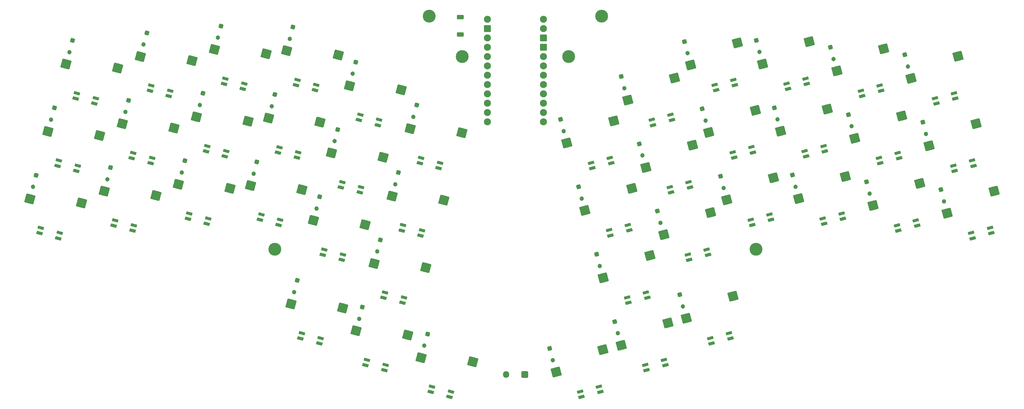
<source format=gbr>
%TF.GenerationSoftware,KiCad,Pcbnew,9.0.4*%
%TF.CreationDate,2025-08-24T16:14:49+03:00*%
%TF.ProjectId,MOKETA,4d4f4b45-5441-42e6-9b69-6361645f7063,rev?*%
%TF.SameCoordinates,Original*%
%TF.FileFunction,Paste,Bot*%
%TF.FilePolarity,Positive*%
%FSLAX46Y46*%
G04 Gerber Fmt 4.6, Leading zero omitted, Abs format (unit mm)*
G04 Created by KiCad (PCBNEW 9.0.4) date 2025-08-24 16:14:49*
%MOMM*%
%LPD*%
G01*
G04 APERTURE LIST*
G04 Aperture macros list*
%AMRoundRect*
0 Rectangle with rounded corners*
0 $1 Rounding radius*
0 $2 $3 $4 $5 $6 $7 $8 $9 X,Y pos of 4 corners*
0 Add a 4 corners polygon primitive as box body*
4,1,4,$2,$3,$4,$5,$6,$7,$8,$9,$2,$3,0*
0 Add four circle primitives for the rounded corners*
1,1,$1+$1,$2,$3*
1,1,$1+$1,$4,$5*
1,1,$1+$1,$6,$7*
1,1,$1+$1,$8,$9*
0 Add four rect primitives between the rounded corners*
20,1,$1+$1,$2,$3,$4,$5,0*
20,1,$1+$1,$4,$5,$6,$7,0*
20,1,$1+$1,$6,$7,$8,$9,0*
20,1,$1+$1,$8,$9,$2,$3,0*%
%AMHorizOval*
0 Thick line with rounded ends*
0 $1 width*
0 $2 $3 position (X,Y) of the first rounded end (center of the circle)*
0 $4 $5 position (X,Y) of the second rounded end (center of the circle)*
0 Add line between two ends*
20,1,$1,$2,$3,$4,$5,0*
0 Add two circle primitives to create the rounded ends*
1,1,$1,$2,$3*
1,1,$1,$4,$5*%
G04 Aperture macros list end*
%ADD10RoundRect,0.097561X-0.648523X-0.486879X0.805077X-0.097388X0.648523X0.486879X-0.805077X0.097388X0*%
%ADD11RoundRect,0.103659X-0.637741X-0.503559X0.804079X-0.117224X0.637741X0.503559X-0.804079X0.117224X0*%
%ADD12RoundRect,0.200000X-0.766610X-1.292453X1.310130X-0.735992X0.766610X1.292453X-1.310130X0.735992X0*%
%ADD13O,1.900000X1.900000*%
%ADD14RoundRect,0.250000X-0.700000X-0.700000X0.700000X-0.700000X0.700000X0.700000X-0.700000X0.700000X0*%
%ADD15RoundRect,0.200000X-1.310130X-0.735992X0.766610X-1.292453X1.310130X0.735992X-0.766610X1.292453X0*%
%ADD16RoundRect,0.250000X-0.247487X0.428661X-0.428661X-0.247487X0.247487X-0.428661X0.428661X0.247487X0*%
%ADD17HorizOval,1.200000X0.000000X0.000000X0.000000X0.000000X0*%
%ADD18C,3.500000*%
%ADD19RoundRect,0.097561X-0.805077X-0.097388X0.648523X-0.486879X0.805077X0.097388X-0.648523X0.486879X0*%
%ADD20RoundRect,0.103659X-0.804079X-0.117224X0.637741X-0.503559X0.804079X0.117224X-0.637741X0.503559X0*%
%ADD21RoundRect,0.250000X-0.428661X0.247487X-0.247487X-0.428661X0.428661X-0.247487X0.247487X0.428661X0*%
%ADD22HorizOval,1.200000X0.000000X0.000000X0.000000X0.000000X0*%
%ADD23RoundRect,0.200000X-0.700000X0.400000X-0.700000X-0.400000X0.700000X-0.400000X0.700000X0.400000X0*%
%ADD24O,1.800000X1.800000*%
%ADD25RoundRect,0.250000X0.650000X-0.650000X0.650000X0.650000X-0.650000X0.650000X-0.650000X-0.650000X0*%
G04 APERTURE END LIST*
D10*
%TO.C,LED22*%
X281855763Y-131591902D03*
D11*
X282243992Y-133040791D03*
X287363399Y-131669050D03*
D10*
X286975170Y-130220161D03*
%TD*%
D12*
%TO.C,SW24*%
X328469005Y-124118020D03*
X315748332Y-130156115D03*
%TD*%
D10*
%TO.C,LED11*%
X297132881Y-115121869D03*
D11*
X297521110Y-116570758D03*
X302640517Y-115199017D03*
D10*
X302252288Y-113750128D03*
%TD*%
D13*
%TO.C,U1*%
X210828193Y-95657847D03*
X210828193Y-98197847D03*
D14*
X210828193Y-100737847D03*
X210828193Y-103277847D03*
D13*
X210828193Y-105817847D03*
X210828193Y-108357847D03*
X210828193Y-110897847D03*
X210828193Y-113437847D03*
X210828193Y-115977847D03*
X210828193Y-118517847D03*
X210828193Y-121057847D03*
X210828193Y-123597847D03*
X195588193Y-123597847D03*
X195588193Y-121057847D03*
X195588193Y-118517847D03*
X195588193Y-115977847D03*
X195588193Y-113437847D03*
X195588193Y-110897847D03*
X195588193Y-108357847D03*
X195588193Y-105817847D03*
X195588193Y-103277847D03*
X195588193Y-100737847D03*
D14*
X195588193Y-98197847D03*
D13*
X195588193Y-95657847D03*
%TD*%
D12*
%TO.C,SW8*%
X246447735Y-111651915D03*
X233727062Y-117690010D03*
%TD*%
%TO.C,SW22*%
X288050476Y-120169380D03*
X275329803Y-126207475D03*
%TD*%
D10*
%TO.C,LED34*%
X286773323Y-149944493D03*
D11*
X287161552Y-151393382D03*
X292280959Y-150021641D03*
D10*
X291892730Y-148572752D03*
%TD*%
D15*
%TO.C,SW16*%
X150056902Y-123745076D03*
X136021429Y-122613883D03*
%TD*%
%TO.C,SW6*%
X188625585Y-126625536D03*
X174590112Y-125494343D03*
%TD*%
D16*
%TO.C,D18*%
X171393693Y-137423525D03*
D17*
X170539593Y-140611081D03*
%TD*%
D16*
%TO.C,D13*%
X77759481Y-119819356D03*
D17*
X76905381Y-123006912D03*
%TD*%
D18*
%TO.C,MH*%
X179721380Y-94865123D03*
%TD*%
D19*
%TO.C,LED1*%
X83915332Y-115816211D03*
D20*
X83527103Y-117265100D03*
X88646510Y-118636841D03*
D19*
X89034739Y-117187952D03*
%TD*%
%TO.C,LED18*%
X172631978Y-151772964D03*
D20*
X172243749Y-153221853D03*
X177363156Y-154593594D03*
D19*
X177751385Y-153144705D03*
%TD*%
D21*
%TO.C,D8*%
X232005913Y-111266600D03*
D22*
X232860013Y-114454156D03*
%TD*%
D16*
%TO.C,D3*%
X123075570Y-97518132D03*
D17*
X122221470Y-100705688D03*
%TD*%
D16*
%TO.C,D6*%
X176311256Y-119070938D03*
D17*
X175457156Y-122258494D03*
%TD*%
D12*
%TO.C,SW34*%
X292968041Y-138521969D03*
X280247368Y-144560064D03*
%TD*%
%TO.C,SW10*%
X283142914Y-101806790D03*
X270422241Y-107844885D03*
%TD*%
D21*
%TO.C,D20*%
X236896158Y-129619194D03*
D22*
X237750258Y-132806750D03*
%TD*%
D12*
%TO.C,SW33*%
X273383469Y-138841727D03*
X260662796Y-144879822D03*
%TD*%
D19*
%TO.C,LED25*%
X74080207Y-152521388D03*
D20*
X73691978Y-153970277D03*
X78811385Y-155342018D03*
D19*
X79199614Y-153893129D03*
%TD*%
D12*
%TO.C,SW20*%
X251345297Y-130004505D03*
X238624624Y-136042600D03*
%TD*%
%TO.C,SW40*%
X226956604Y-185730763D03*
X214235931Y-191768858D03*
%TD*%
D21*
%TO.C,D12*%
X309099627Y-105370117D03*
D22*
X309953727Y-108557673D03*
%TD*%
D21*
%TO.C,D36*%
X318924748Y-142085297D03*
D22*
X319778848Y-145272853D03*
%TD*%
D18*
%TO.C,MH*%
X268622596Y-158376602D03*
%TD*%
D19*
%TO.C,LED30*%
X167714418Y-170125554D03*
D20*
X167326189Y-171574443D03*
X172445596Y-172946184D03*
D19*
X172833825Y-171497295D03*
%TD*%
D12*
%TO.C,SW35*%
X313152715Y-140394528D03*
X300432042Y-146432623D03*
%TD*%
D23*
%TO.C,SW43*%
X188195731Y-95065123D03*
X188195731Y-99865123D03*
%TD*%
D15*
%TO.C,SW29*%
X162259957Y-151613036D03*
X148224484Y-150481843D03*
%TD*%
%TO.C,SW3*%
X135389897Y-105072730D03*
X121354424Y-103941537D03*
%TD*%
D10*
%TO.C,LED23*%
X302040441Y-133474458D03*
D11*
X302428670Y-134923347D03*
X307548077Y-133551606D03*
D10*
X307159848Y-132102717D03*
%TD*%
D19*
%TO.C,LED39*%
X180510164Y-195781540D03*
D20*
X180121935Y-197230429D03*
X185241342Y-198602170D03*
D19*
X185629571Y-197153281D03*
%TD*%
D16*
%TO.C,D29*%
X149945627Y-144058434D03*
D17*
X149091527Y-147245990D03*
%TD*%
D16*
%TO.C,D39*%
X179271879Y-181432111D03*
D17*
X178417779Y-184619667D03*
%TD*%
D16*
%TO.C,D2*%
X102900891Y-99400688D03*
D17*
X102046791Y-102588244D03*
%TD*%
D10*
%TO.C,LED40*%
X220761892Y-197153284D03*
D11*
X221150121Y-198602173D03*
X226269528Y-197230432D03*
D10*
X225881299Y-195781543D03*
%TD*%
D15*
%TO.C,SW5*%
X172095079Y-114907855D03*
X158059606Y-113776662D03*
%TD*%
%TO.C,SW25*%
X85156245Y-145726550D03*
X71120772Y-144595357D03*
%TD*%
D10*
%TO.C,LED10*%
X276948201Y-113229311D03*
D11*
X277336430Y-114678200D03*
X282455837Y-113306459D03*
D10*
X282067608Y-111857570D03*
%TD*%
D18*
%TO.C,MH*%
X188721372Y-105849998D03*
%TD*%
D19*
%TO.C,LED38*%
X162796857Y-188478141D03*
D20*
X162408628Y-189927030D03*
X167528035Y-191298771D03*
D19*
X167916264Y-189849882D03*
%TD*%
D15*
%TO.C,SW27*%
X125554774Y-141777910D03*
X111519301Y-140646717D03*
%TD*%
D16*
%TO.C,D30*%
X166476133Y-155776118D03*
D17*
X165622033Y-158963674D03*
%TD*%
D16*
%TO.C,D37*%
X143845266Y-166825305D03*
D17*
X142991166Y-170012861D03*
%TD*%
D15*
%TO.C,SW17*%
X167177520Y-133260446D03*
X153142047Y-132129253D03*
%TD*%
D10*
%TO.C,LED12*%
X317346732Y-117177949D03*
D11*
X317734961Y-118626838D03*
X322854368Y-117255097D03*
D10*
X322466139Y-115806208D03*
%TD*%
D16*
%TO.C,D27*%
X113240446Y-134223311D03*
D17*
X112386346Y-137410867D03*
%TD*%
D16*
%TO.C,D16*%
X137742574Y-116190479D03*
D17*
X136888474Y-119378035D03*
%TD*%
D21*
%TO.C,D19*%
X220382969Y-141326872D03*
D22*
X221237069Y-144514428D03*
%TD*%
D21*
%TO.C,D35*%
X298710895Y-140009213D03*
D22*
X299564995Y-143196769D03*
%TD*%
D15*
%TO.C,SW28*%
X145139344Y-142097669D03*
X131103871Y-140966476D03*
%TD*%
D19*
%TO.C,LED6*%
X177549546Y-133420371D03*
D20*
X177161317Y-134869260D03*
X182280724Y-136241001D03*
D19*
X182668953Y-134792112D03*
%TD*%
D18*
%TO.C,MH*%
X137748870Y-158376599D03*
%TD*%
D16*
%TO.C,D25*%
X72841919Y-138171950D03*
D17*
X71987819Y-141359506D03*
%TD*%
D16*
%TO.C,D17*%
X154863185Y-125705845D03*
D17*
X154009085Y-128893401D03*
%TD*%
D21*
%TO.C,D22*%
X273601335Y-119784068D03*
D22*
X274455435Y-122971624D03*
%TD*%
D15*
%TO.C,SW39*%
X191586205Y-188986706D03*
X177550732Y-187855513D03*
%TD*%
D16*
%TO.C,D38*%
X161558567Y-174128709D03*
D17*
X160704467Y-177316265D03*
%TD*%
D21*
%TO.C,D33*%
X258941650Y-138456415D03*
D22*
X259795750Y-141643971D03*
%TD*%
D12*
%TO.C,SW7*%
X229917231Y-123369592D03*
X217196558Y-129407687D03*
%TD*%
D21*
%TO.C,D10*%
X268701095Y-101421474D03*
D22*
X269555195Y-104609030D03*
%TD*%
D16*
%TO.C,D5*%
X159780753Y-107353251D03*
D17*
X158926653Y-110540807D03*
%TD*%
D12*
%TO.C,SW9*%
X263568345Y-102136547D03*
X250847672Y-108174642D03*
%TD*%
D16*
%TO.C,D14*%
X97983332Y-117753276D03*
D17*
X97129232Y-120940832D03*
%TD*%
D18*
%TO.C,MH*%
X226670082Y-94865120D03*
%TD*%
D12*
%TO.C,SW32*%
X256262860Y-148357092D03*
X243542187Y-154395187D03*
%TD*%
D21*
%TO.C,D9*%
X249126525Y-101751230D03*
D22*
X249980625Y-104938786D03*
%TD*%
D21*
%TO.C,D24*%
X314027188Y-123732708D03*
D22*
X314881288Y-126920264D03*
%TD*%
D16*
%TO.C,D15*%
X118158007Y-115870721D03*
D17*
X117303907Y-119058277D03*
%TD*%
D21*
%TO.C,D42*%
X247921402Y-170738651D03*
D22*
X248775502Y-173926207D03*
%TD*%
D24*
%TO.C,J1*%
X200655733Y-192450000D03*
D25*
X205735733Y-192450000D03*
%TD*%
D19*
%TO.C,LED28*%
X134063300Y-148892506D03*
D20*
X133675071Y-150341395D03*
X138794478Y-151713136D03*
D19*
X139182707Y-150264247D03*
%TD*%
D15*
%TO.C,SW30*%
X178790460Y-163330713D03*
X164754987Y-162199520D03*
%TD*%
D21*
%TO.C,D21*%
X254026769Y-120093829D03*
D22*
X254880869Y-123281385D03*
%TD*%
D10*
%TO.C,LED7*%
X223722517Y-134792113D03*
D11*
X224110746Y-136241002D03*
X229230153Y-134869261D03*
D10*
X228841924Y-133420372D03*
%TD*%
%TO.C,LED8*%
X240253019Y-123074431D03*
D11*
X240641248Y-124523320D03*
X245760655Y-123151579D03*
D10*
X245372426Y-121702690D03*
%TD*%
%TO.C,LED36*%
X327171853Y-153893132D03*
D11*
X327560082Y-155342021D03*
X332679489Y-153970280D03*
D10*
X332291260Y-152521391D03*
%TD*%
D12*
%TO.C,SW31*%
X239752348Y-160074777D03*
X227031675Y-166112872D03*
%TD*%
%TO.C,SW23*%
X308235155Y-122051933D03*
X295514482Y-128090028D03*
%TD*%
D15*
%TO.C,SW13*%
X90073807Y-127373961D03*
X76038334Y-126242768D03*
%TD*%
D19*
%TO.C,LED17*%
X156101478Y-140055286D03*
D20*
X155713249Y-141504175D03*
X160832656Y-142875916D03*
D19*
X161220885Y-141427027D03*
%TD*%
D12*
%TO.C,SW42*%
X262363222Y-171123964D03*
X249642549Y-177162059D03*
%TD*%
D15*
%TO.C,SW26*%
X105380094Y-143660471D03*
X91344621Y-142529278D03*
%TD*%
D12*
%TO.C,SW11*%
X303327591Y-103699349D03*
X290606918Y-109737444D03*
%TD*%
D10*
%TO.C,LED33*%
X267188753Y-150264253D03*
D11*
X267576982Y-151713142D03*
X272696389Y-150341401D03*
D10*
X272308160Y-148892512D03*
%TD*%
D21*
%TO.C,D7*%
X215475412Y-122984279D03*
D22*
X216329512Y-126171835D03*
%TD*%
D10*
%TO.C,LED31*%
X233557638Y-171497295D03*
D11*
X233945867Y-172946184D03*
X239065274Y-171574443D03*
D10*
X238677045Y-170125554D03*
%TD*%
D19*
%TO.C,LED29*%
X151183916Y-158407871D03*
D20*
X150795687Y-159856760D03*
X155915094Y-161228501D03*
D19*
X156303323Y-159779612D03*
%TD*%
%TO.C,LED14*%
X99221615Y-132102713D03*
D20*
X98833386Y-133551602D03*
X103952793Y-134923343D03*
D19*
X104341022Y-133474454D03*
%TD*%
D15*
%TO.C,SW1*%
X94991368Y-109021370D03*
X80955895Y-107890177D03*
%TD*%
D21*
%TO.C,D23*%
X293786016Y-121666624D03*
D22*
X294640116Y-124854180D03*
%TD*%
D19*
%TO.C,LED5*%
X161019041Y-121702696D03*
D20*
X160630812Y-123151585D03*
X165750219Y-124523326D03*
D19*
X166138448Y-123074437D03*
%TD*%
D12*
%TO.C,SW41*%
X244659912Y-178437363D03*
X231939239Y-184475458D03*
%TD*%
D19*
%TO.C,LED16*%
X138980864Y-130539918D03*
D20*
X138592635Y-131988807D03*
X143712042Y-133360548D03*
D19*
X144100271Y-131911659D03*
%TD*%
D10*
%TO.C,LED21*%
X262281195Y-131901658D03*
D11*
X262669424Y-133350547D03*
X267788831Y-131978806D03*
D10*
X267400602Y-130529917D03*
%TD*%
D15*
%TO.C,SW37*%
X156159594Y-174379906D03*
X142124121Y-173248713D03*
%TD*%
%TO.C,SW15*%
X130472339Y-123425322D03*
X116436866Y-122294129D03*
%TD*%
D21*
%TO.C,D11*%
X288885774Y-103314034D03*
D22*
X289739874Y-106501590D03*
%TD*%
D10*
%TO.C,LED9*%
X257373631Y-113559065D03*
D11*
X257761860Y-115007954D03*
X262881267Y-113636213D03*
D10*
X262493038Y-112187324D03*
%TD*%
%TO.C,LED19*%
X228630074Y-153134710D03*
D11*
X229018303Y-154583599D03*
X234137710Y-153211858D03*
D10*
X233749481Y-151762969D03*
%TD*%
D19*
%TO.C,LED15*%
X119396293Y-130220160D03*
D20*
X119008064Y-131669049D03*
X124127471Y-133040790D03*
D19*
X124515700Y-131591901D03*
%TD*%
D21*
%TO.C,D31*%
X225310534Y-159689460D03*
D22*
X226164634Y-162877016D03*
%TD*%
D10*
%TO.C,LED24*%
X322274289Y-135540547D03*
D11*
X322662518Y-136989436D03*
X327781925Y-135617695D03*
D10*
X327393696Y-134168806D03*
%TD*%
D21*
%TO.C,D41*%
X230218095Y-178052059D03*
D22*
X231072195Y-181239615D03*
%TD*%
D10*
%TO.C,LED41*%
X238465202Y-189859885D03*
D11*
X238853431Y-191308774D03*
X243972838Y-189937033D03*
D10*
X243584609Y-188488144D03*
%TD*%
D19*
%TO.C,LED26*%
X94304056Y-150455308D03*
D20*
X93915827Y-151904197D03*
X99035234Y-153275938D03*
D19*
X99423463Y-151827049D03*
%TD*%
D16*
%TO.C,D26*%
X93065768Y-136105870D03*
D17*
X92211668Y-139293426D03*
%TD*%
D16*
%TO.C,D1*%
X82677041Y-101466765D03*
D17*
X81822941Y-104654321D03*
%TD*%
D19*
%TO.C,LED27*%
X114478732Y-148572752D03*
D20*
X114090503Y-150021641D03*
X119209910Y-151393382D03*
D19*
X119598139Y-149944493D03*
%TD*%
D15*
%TO.C,SW4*%
X154974466Y-105392488D03*
X140938993Y-104261295D03*
%TD*%
D12*
%TO.C,SW12*%
X323541447Y-105755426D03*
X310820774Y-111793521D03*
%TD*%
D10*
%TO.C,LED32*%
X250068143Y-159779616D03*
D11*
X250456372Y-161228505D03*
X255575779Y-159856764D03*
D10*
X255187550Y-158407875D03*
%TD*%
D19*
%TO.C,LED3*%
X124313861Y-111867566D03*
D20*
X123925632Y-113316455D03*
X129045039Y-114688196D03*
D19*
X129433268Y-113239307D03*
%TD*%
D15*
%TO.C,SW14*%
X110297660Y-125307878D03*
X96262187Y-124176685D03*
%TD*%
%TO.C,SW18*%
X183708022Y-144978126D03*
X169672549Y-143846933D03*
%TD*%
D19*
%TO.C,LED13*%
X78997766Y-134168800D03*
D20*
X78609537Y-135617689D03*
X83728944Y-136989430D03*
D19*
X84117173Y-135540541D03*
%TD*%
D15*
%TO.C,SW38*%
X173872899Y-181683309D03*
X159837426Y-180552116D03*
%TD*%
D12*
%TO.C,SW36*%
X333366568Y-142470608D03*
X320645895Y-148508703D03*
%TD*%
D16*
%TO.C,D4*%
X142660137Y-97837885D03*
D17*
X141806037Y-101025441D03*
%TD*%
D12*
%TO.C,SW19*%
X234824789Y-141712181D03*
X222104116Y-147750276D03*
%TD*%
D19*
%TO.C,LED37*%
X145083554Y-181174743D03*
D20*
X144695325Y-182623632D03*
X149814732Y-183995373D03*
D19*
X150202961Y-182546484D03*
%TD*%
D18*
%TO.C,MH*%
X217670090Y-105880245D03*
%TD*%
D21*
%TO.C,D32*%
X241821041Y-147971782D03*
D22*
X242675141Y-151159338D03*
%TD*%
D10*
%TO.C,LED20*%
X245150583Y-141427023D03*
D11*
X245538812Y-142875912D03*
X250658219Y-141504171D03*
D10*
X250269990Y-140055282D03*
%TD*%
D16*
%TO.C,D28*%
X132825017Y-134543070D03*
D17*
X131970917Y-137730626D03*
%TD*%
D12*
%TO.C,SW21*%
X268475904Y-120479137D03*
X255755231Y-126517232D03*
%TD*%
D15*
%TO.C,SW2*%
X115215221Y-106955291D03*
X101179748Y-105824098D03*
%TD*%
D19*
%TO.C,LED2*%
X104139179Y-113750124D03*
D20*
X103750950Y-115199013D03*
X108870357Y-116570754D03*
D19*
X109258586Y-115121865D03*
%TD*%
%TO.C,LED4*%
X143898426Y-112187328D03*
D20*
X143510197Y-113636217D03*
X148629604Y-115007958D03*
D19*
X149017833Y-113559069D03*
%TD*%
D21*
%TO.C,D34*%
X278526219Y-138136658D03*
D22*
X279380319Y-141324214D03*
%TD*%
D10*
%TO.C,LED42*%
X256168505Y-182546487D03*
D11*
X256556734Y-183995376D03*
X261676141Y-182623635D03*
D10*
X261287912Y-181174746D03*
%TD*%
D21*
%TO.C,D40*%
X212514787Y-185345456D03*
D22*
X213368887Y-188533012D03*
%TD*%
D10*
%TO.C,LED35*%
X306958003Y-151817053D03*
D11*
X307346232Y-153265942D03*
X312465639Y-151894201D03*
D10*
X312077410Y-150445312D03*
%TD*%
M02*

</source>
